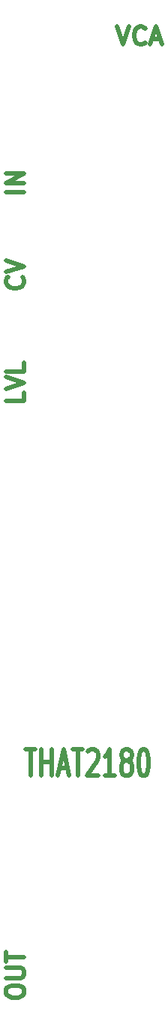
<source format=gtl>
G04 #@! TF.GenerationSoftware,KiCad,Pcbnew,5.1.7-a382d34a8~87~ubuntu18.04.1*
G04 #@! TF.CreationDate,2021-01-14T14:32:31+00:00*
G04 #@! TF.ProjectId,4hp-2180-vca,3468702d-3231-4383-902d-7663612e6b69,rev?*
G04 #@! TF.SameCoordinates,Original*
G04 #@! TF.FileFunction,Copper,L1,Top*
G04 #@! TF.FilePolarity,Positive*
%FSLAX46Y46*%
G04 Gerber Fmt 4.6, Leading zero omitted, Abs format (unit mm)*
G04 Created by KiCad (PCBNEW 5.1.7-a382d34a8~87~ubuntu18.04.1) date 2021-01-14 14:32:31*
%MOMM*%
%LPD*%
G01*
G04 APERTURE LIST*
G04 #@! TA.AperFunction,NonConductor*
%ADD10C,0.500000*%
G04 #@! TD*
G04 APERTURE END LIST*
D10*
X82312190Y-37004761D02*
X82978857Y-39004761D01*
X83645523Y-37004761D01*
X85455047Y-38814285D02*
X85359809Y-38909523D01*
X85074095Y-39004761D01*
X84883619Y-39004761D01*
X84597904Y-38909523D01*
X84407428Y-38719047D01*
X84312190Y-38528571D01*
X84216952Y-38147619D01*
X84216952Y-37861904D01*
X84312190Y-37480952D01*
X84407428Y-37290476D01*
X84597904Y-37100000D01*
X84883619Y-37004761D01*
X85074095Y-37004761D01*
X85359809Y-37100000D01*
X85455047Y-37195238D01*
X86216952Y-38433333D02*
X87169333Y-38433333D01*
X86026476Y-39004761D02*
X86693142Y-37004761D01*
X87359809Y-39004761D01*
X71946380Y-118499142D02*
X73089238Y-118499142D01*
X72517809Y-121499142D02*
X72517809Y-118499142D01*
X73755904Y-121499142D02*
X73755904Y-118499142D01*
X73755904Y-119927714D02*
X74898761Y-119927714D01*
X74898761Y-121499142D02*
X74898761Y-118499142D01*
X75755904Y-120642000D02*
X76708285Y-120642000D01*
X75565428Y-121499142D02*
X76232095Y-118499142D01*
X76898761Y-121499142D01*
X77279714Y-118499142D02*
X78422571Y-118499142D01*
X77851142Y-121499142D02*
X77851142Y-118499142D01*
X78994000Y-118784857D02*
X79089238Y-118642000D01*
X79279714Y-118499142D01*
X79755904Y-118499142D01*
X79946380Y-118642000D01*
X80041619Y-118784857D01*
X80136857Y-119070571D01*
X80136857Y-119356285D01*
X80041619Y-119784857D01*
X78898761Y-121499142D01*
X80136857Y-121499142D01*
X82041619Y-121499142D02*
X80898761Y-121499142D01*
X81470190Y-121499142D02*
X81470190Y-118499142D01*
X81279714Y-118927714D01*
X81089238Y-119213428D01*
X80898761Y-119356285D01*
X83184476Y-119784857D02*
X82994000Y-119642000D01*
X82898761Y-119499142D01*
X82803523Y-119213428D01*
X82803523Y-119070571D01*
X82898761Y-118784857D01*
X82994000Y-118642000D01*
X83184476Y-118499142D01*
X83565428Y-118499142D01*
X83755904Y-118642000D01*
X83851142Y-118784857D01*
X83946380Y-119070571D01*
X83946380Y-119213428D01*
X83851142Y-119499142D01*
X83755904Y-119642000D01*
X83565428Y-119784857D01*
X83184476Y-119784857D01*
X82994000Y-119927714D01*
X82898761Y-120070571D01*
X82803523Y-120356285D01*
X82803523Y-120927714D01*
X82898761Y-121213428D01*
X82994000Y-121356285D01*
X83184476Y-121499142D01*
X83565428Y-121499142D01*
X83755904Y-121356285D01*
X83851142Y-121213428D01*
X83946380Y-120927714D01*
X83946380Y-120356285D01*
X83851142Y-120070571D01*
X83755904Y-119927714D01*
X83565428Y-119784857D01*
X85184476Y-118499142D02*
X85374952Y-118499142D01*
X85565428Y-118642000D01*
X85660666Y-118784857D01*
X85755904Y-119070571D01*
X85851142Y-119642000D01*
X85851142Y-120356285D01*
X85755904Y-120927714D01*
X85660666Y-121213428D01*
X85565428Y-121356285D01*
X85374952Y-121499142D01*
X85184476Y-121499142D01*
X84994000Y-121356285D01*
X84898761Y-121213428D01*
X84803523Y-120927714D01*
X84708285Y-120356285D01*
X84708285Y-119642000D01*
X84803523Y-119070571D01*
X84898761Y-118784857D01*
X84994000Y-118642000D01*
X85184476Y-118499142D01*
X69770761Y-146018000D02*
X69770761Y-145637047D01*
X69866000Y-145446571D01*
X70056476Y-145256095D01*
X70437428Y-145160857D01*
X71104095Y-145160857D01*
X71485047Y-145256095D01*
X71675523Y-145446571D01*
X71770761Y-145637047D01*
X71770761Y-146018000D01*
X71675523Y-146208476D01*
X71485047Y-146398952D01*
X71104095Y-146494190D01*
X70437428Y-146494190D01*
X70056476Y-146398952D01*
X69866000Y-146208476D01*
X69770761Y-146018000D01*
X69770761Y-144303714D02*
X71389809Y-144303714D01*
X71580285Y-144208476D01*
X71675523Y-144113238D01*
X71770761Y-143922761D01*
X71770761Y-143541809D01*
X71675523Y-143351333D01*
X71580285Y-143256095D01*
X71389809Y-143160857D01*
X69770761Y-143160857D01*
X69770761Y-142494190D02*
X69770761Y-141351333D01*
X71770761Y-141922761D02*
X69770761Y-141922761D01*
X71770761Y-78263619D02*
X71770761Y-79216000D01*
X69770761Y-79216000D01*
X69770761Y-77882666D02*
X71770761Y-77216000D01*
X69770761Y-76549333D01*
X71770761Y-74930285D02*
X71770761Y-75882666D01*
X69770761Y-75882666D01*
X71580285Y-65262095D02*
X71675523Y-65357333D01*
X71770761Y-65643047D01*
X71770761Y-65833523D01*
X71675523Y-66119238D01*
X71485047Y-66309714D01*
X71294571Y-66404952D01*
X70913619Y-66500190D01*
X70627904Y-66500190D01*
X70246952Y-66404952D01*
X70056476Y-66309714D01*
X69866000Y-66119238D01*
X69770761Y-65833523D01*
X69770761Y-65643047D01*
X69866000Y-65357333D01*
X69961238Y-65262095D01*
X69770761Y-64690666D02*
X71770761Y-64024000D01*
X69770761Y-63357333D01*
X71770761Y-55657619D02*
X69770761Y-55657619D01*
X71770761Y-54705238D02*
X69770761Y-54705238D01*
X71770761Y-53562380D01*
X69770761Y-53562380D01*
M02*

</source>
